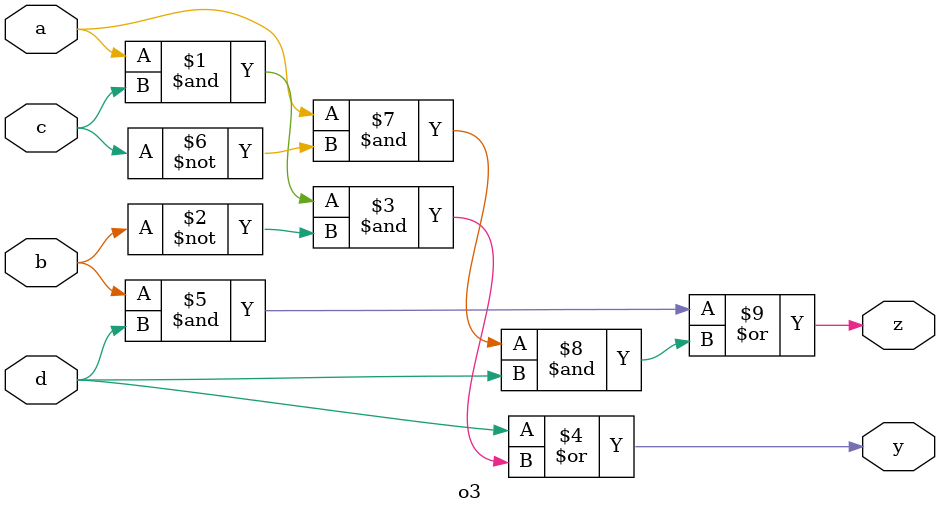
<source format=sv>
module o3(a,b,c,d,y,z);
input logic a,b,c,d;
output logic y,z;
assign y=d|(a&c&(~b));
assign z=(b&d)|(a&(~c)&d);
endmodule

</source>
